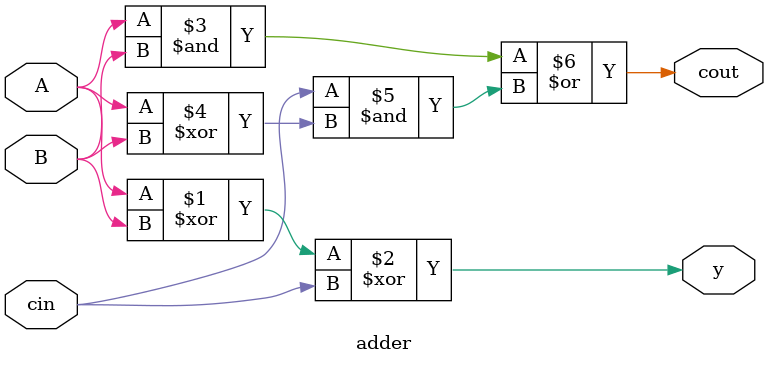
<source format=v>
`timescale 1ns / 1ps


module adder(
input  A ,
input  B,
input cin ,
output  y,
output cout);

assign y = A ^ B ^ cin ;
assign cout = (A & B ) | (cin & (A ^ B ));




    
endmodule

</source>
